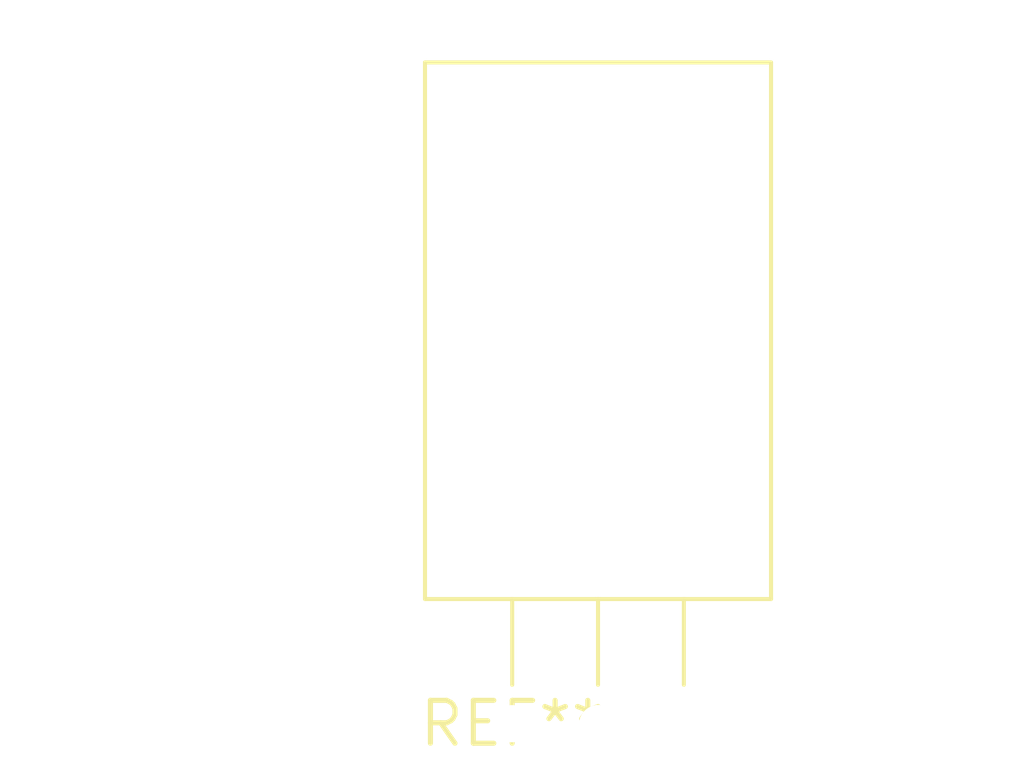
<source format=kicad_pcb>
(kicad_pcb (version 20240108) (generator pcbnew)
  (layers (0 "F.Cu" signal) (31 "B.Cu" signal) (34 "B.Paste" user) (35 "F.Paste" user) (36 "B.SilkS" user "B.Silkscreen") (37 "F.SilkS" user "F.Silkscreen") (38 "B.Mask" user) (39 "F.Mask" user) (44 "Edge.Cuts" user))
  (net 0 "")
  (footprint "TO-220-3_Horizontal_TabDown" (layer "F.Cu") (at 0 0)
    (property "Reference" "REF**")
    (property "Value" "TO-220-3_Horizontal_TabDown")
    (fp_line (start -2.58 -19.58) (end -2.58 -3.69) (layer "F.SilkS") (stroke (width 0.12)))
    (fp_line (start -2.58 -19.58) (end 7.66 -19.58) (layer "F.SilkS") (stroke (width 0.12)))
    (fp_line (start -2.58 -3.69) (end 7.66 -3.69) (layer "F.SilkS") (stroke (width 0.12)))
    (fp_line (start 0 -3.69) (end 0 -1.15) (layer "F.SilkS") (stroke (width 0.12)))
    (fp_line (start 2.54 -3.69) (end 2.54 -1.15) (layer "F.SilkS") (stroke (width 0.12)))
    (fp_line (start 5.08 -3.69) (end 5.08 -1.15) (layer "F.SilkS") (stroke (width 0.12)))
    (fp_line (start 7.66 -19.58) (end 7.66 -3.69) (layer "F.SilkS") (stroke (width 0.12)))
    (pad "" np_thru_hole oval (at 2.54 -16.66) (size 3.5 3.5) (drill 3.5) (layers *.Cu *.Mask))
    (pad "1" thru_hole rect (at 0 0) (size 1.905 2) (drill 1.1) (layers *.Cu *.Mask) (remove_unused_layers))
    (pad "2" thru_hole oval (at 2.54 0) (size 1.905 2) (drill 1.1) (layers *.Cu *.Mask) (remove_unused_layers))
    (pad "3" thru_hole oval (at 5.08 0) (size 1.905 2) (drill 1.1) (layers *.Cu *.Mask) (remove_unused_layers))
  )
)
</source>
